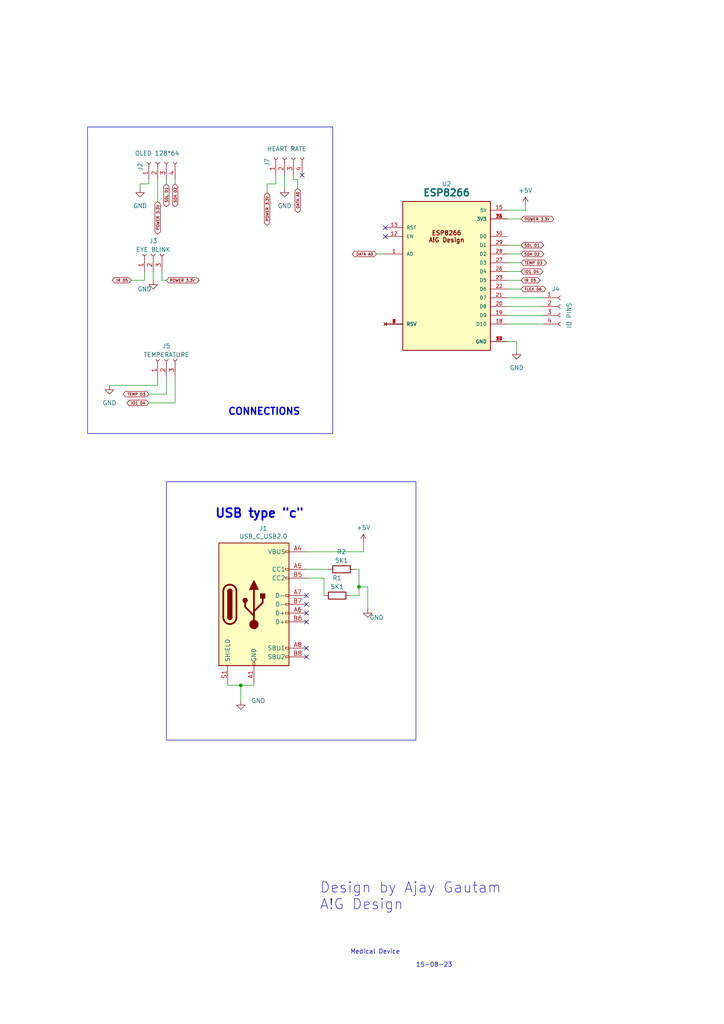
<source format=kicad_sch>
(kicad_sch (version 20230121) (generator eeschema)
  (paper "A4" portrait)
  (lib_symbols
    (symbol "Connector:Conn_01x03_Socket" (pin_names (offset 1.016) hide)
      (property "Reference" "J" (at 0 5.08 0))
      (property "Value" "Conn_01x03_Socket" (at 0 -5.08 0))
      (symbol "Conn_01x03_Socket_1_1"
        (arc (start 0 -2.032) (mid -0.5058 -2.54) (end 0 -3.048) (stroke (width 0.1524)))
        (polyline (pts (xy -1.27 -2.54) (xy -0.508 -2.54)) (stroke (width 0.1524)))
        (polyline (pts (xy -1.27 0) (xy -0.508 0)) (stroke (width 0.1524)))
        (polyline (pts (xy -1.27 2.54) (xy -0.508 2.54)) (stroke (width 0.1524)))
        (arc (start 0 0.508) (mid -0.5058 0) (end 0 -0.508) (stroke (width 0.1524)))
        (arc (start 0 3.048) (mid -0.5058 2.54) (end 0 2.032) (stroke (width 0.1524)))
        (pin passive line (at -5.08 2.54 0) (length 3.81) (name "Pin_1") (number "1"))
        (pin passive line (at -5.08 0 0) (length 3.81) (name "Pin_2") (number "2"))
        (pin passive line (at -5.08 -2.54 0) (length 3.81) (name "Pin_3") (number "3"))
      )
    )
    (symbol "Connector:Conn_01x04_Socket" (pin_names (offset 1.016) hide)
      (property "Reference" "J" (at 0 5.08 0))
      (property "Value" "Conn_01x04_Socket" (at 0 -7.62 0))
      (symbol "Conn_01x04_Socket_1_1"
        (arc (start 0 -4.572) (mid -0.5058 -5.08) (end 0 -5.588) (stroke (width 0.1524)))
        (arc (start 0 -2.032) (mid -0.5058 -2.54) (end 0 -3.048) (stroke (width 0.1524)))
        (polyline (pts (xy -1.27 -5.08) (xy -0.508 -5.08)) (stroke (width 0.1524)))
        (polyline (pts (xy -1.27 -2.54) (xy -0.508 -2.54)) (stroke (width 0.1524)))
        (polyline (pts (xy -1.27 0) (xy -0.508 0)) (stroke (width 0.1524)))
        (polyline (pts (xy -1.27 2.54) (xy -0.508 2.54)) (stroke (width 0.1524)))
        (arc (start 0 0.508) (mid -0.5058 0) (end 0 -0.508) (stroke (width 0.1524)))
        (arc (start 0 3.048) (mid -0.5058 2.54) (end 0 2.032) (stroke (width 0.1524)))
        (pin passive line (at -5.08 2.54 0) (length 3.81) (name "Pin_1") (number "1"))
        (pin passive line (at -5.08 0 0) (length 3.81) (name "Pin_2") (number "2"))
        (pin passive line (at -5.08 -2.54 0) (length 3.81) (name "Pin_3") (number "3"))
        (pin passive line (at -5.08 -5.08 0) (length 3.81) (name "Pin_4") (number "4"))
      )
    )
    (symbol "Connector:USB_C_Receptacle_USB2.0" (pin_names (offset 1.016))
      (property "Reference" "J" (at -10.16 19.05 0))
      (property "Value" "USB_C_Receptacle_USB2.0" (at 19.05 19.05 0))
      (symbol "USB_C_Receptacle_USB2.0_0_0"
        (rectangle (start -0.254 -17.78) (end 0.254 -16.764))
        (rectangle (start 10.16 -14.986) (end 9.144 -15.494))
        (rectangle (start 10.16 -12.446) (end 9.144 -12.954))
        (rectangle (start 10.16 -4.826) (end 9.144 -5.334))
        (rectangle (start 10.16 -2.286) (end 9.144 -2.794))
        (rectangle (start 10.16 0.254) (end 9.144 -0.254))
        (rectangle (start 10.16 2.794) (end 9.144 2.286))
        (rectangle (start 10.16 7.874) (end 9.144 7.366))
        (rectangle (start 10.16 10.414) (end 9.144 9.906))
        (rectangle (start 10.16 15.494) (end 9.144 14.986))
      )
      (symbol "USB_C_Receptacle_USB2.0_0_1"
        (rectangle (start -10.16 17.78) (end 10.16 -17.78) (stroke (width 0.254)) (fill (type background)))
        (arc (start -8.89 -3.81) (mid -6.985 -5.7067) (end -5.08 -3.81) (stroke (width 0.508)))
        (arc (start -7.62 -3.81) (mid -6.985 -4.4423) (end -6.35 -3.81) (stroke (width 0.254)))
        (arc (start -7.62 -3.81) (mid -6.985 -4.4423) (end -6.35 -3.81) (stroke (width 0.254)) (fill (type outline)))
        (rectangle (start -7.62 -3.81) (end -6.35 3.81) (stroke (width 0.254)) (fill (type outline)))
        (arc (start -6.35 3.81) (mid -6.985 4.4423) (end -7.62 3.81) (stroke (width 0.254)))
        (arc (start -6.35 3.81) (mid -6.985 4.4423) (end -7.62 3.81) (stroke (width 0.254)) (fill (type outline)))
        (arc (start -5.08 3.81) (mid -6.985 5.7067) (end -8.89 3.81) (stroke (width 0.508)))
        (circle (center -2.54 1.143) (radius 0.635) (stroke (width 0.254)) (fill (type outline)))
        (circle (center 0 -5.842) (radius 1.27) (fill (type outline)))
        (polyline (pts (xy -8.89 -3.81) (xy -8.89 3.81)) (stroke (width 0.508)))
        (polyline (pts (xy -5.08 3.81) (xy -5.08 -3.81)) (stroke (width 0.508)))
        (polyline (pts (xy 0 -5.842) (xy 0 4.318)) (stroke (width 0.508)))
        (polyline (pts (xy 0 -3.302) (xy -2.54 -0.762) (xy -2.54 0.508)) (stroke (width 0.508)))
        (polyline (pts (xy 0 -2.032) (xy 2.54 0.508) (xy 2.54 1.778)) (stroke (width 0.508)))
        (polyline (pts (xy -1.27 4.318) (xy 0 6.858) (xy 1.27 4.318) (xy -1.27 4.318)) (stroke (width 0.254)) (fill (type outline)))
        (rectangle (start 1.905 1.778) (end 3.175 3.048) (stroke (width 0.254)) (fill (type outline)))
      )
      (symbol "USB_C_Receptacle_USB2.0_1_1"
        (pin passive line (at 0 -22.86 90) (length 5.08) (name "GND") (number "A1"))
        (pin passive line (at 0 -22.86 90) (length 5.08) hide (name "GND") (number "A12"))
        (pin passive line (at 15.24 15.24 180) (length 5.08) (name "VBUS") (number "A4"))
        (pin bidirectional line (at 15.24 10.16 180) (length 5.08) (name "CC1") (number "A5"))
        (pin bidirectional line (at 15.24 -2.54 180) (length 5.08) (name "D+") (number "A6"))
        (pin bidirectional line (at 15.24 2.54 180) (length 5.08) (name "D-") (number "A7"))
        (pin bidirectional line (at 15.24 -12.7 180) (length 5.08) (name "SBU1") (number "A8"))
        (pin passive line (at 15.24 15.24 180) (length 5.08) hide (name "VBUS") (number "A9"))
        (pin passive line (at 0 -22.86 90) (length 5.08) hide (name "GND") (number "B1"))
        (pin passive line (at 0 -22.86 90) (length 5.08) hide (name "GND") (number "B12"))
        (pin passive line (at 15.24 15.24 180) (length 5.08) hide (name "VBUS") (number "B4"))
        (pin bidirectional line (at 15.24 7.62 180) (length 5.08) (name "CC2") (number "B5"))
        (pin bidirectional line (at 15.24 -5.08 180) (length 5.08) (name "D+") (number "B6"))
        (pin bidirectional line (at 15.24 0 180) (length 5.08) (name "D-") (number "B7"))
        (pin bidirectional line (at 15.24 -15.24 180) (length 5.08) (name "SBU2") (number "B8"))
        (pin passive line (at 15.24 15.24 180) (length 5.08) hide (name "VBUS") (number "B9"))
        (pin passive line (at -7.62 -22.86 90) (length 5.08) (name "SHIELD") (number "S1"))
      )
    )
    (symbol "Device:R" (pin_numbers hide) (pin_names (offset 0))
      (property "Reference" "R" (at 2.032 0 90))
      (property "Value" "R" (at 0 0 90))
      (symbol "R_0_1"
        (rectangle (start -1.016 -2.54) (end 1.016 2.54) (stroke (width 0.254)))
      )
      (symbol "R_1_1"
        (pin passive line (at 0 3.81 270) (length 1.27) (name "~") (number "1"))
        (pin passive line (at 0 -3.81 90) (length 1.27) (name "~") (number "2"))
      )
    )
    (symbol "VMA107:VMA107" (pin_names (offset 1.016))
      (property "Reference" "U" (at -12.7 22.86 0))
      (property "Value" "VMA107" (at -12.7 -25.4 0))
      (symbol "VMA107_0_0"
        (rectangle (start -12.7 -22.86) (end 12.7 20.32) (stroke (width 0.254)) (fill (type background)))
        (pin bidirectional line (at -17.78 5.08 0) (length 5.08) (name "A0") (number "1"))
        (pin power_in line (at 17.78 -20.32 180) (length 5.08) (name "GND") (number "10"))
        (pin power_in line (at 17.78 15.24 180) (length 5.08) (name "3V3") (number "11"))
        (pin input line (at -17.78 10.16 0) (length 5.08) (name "EN") (number "12"))
        (pin input line (at -17.78 12.7 0) (length 5.08) (name "RST") (number "13"))
        (pin power_in line (at 17.78 -20.32 180) (length 5.08) (name "GND") (number "14"))
        (pin power_in line (at 17.78 17.78 180) (length 5.08) (name "5V") (number "15"))
        (pin power_in line (at 17.78 15.24 180) (length 5.08) (name "3V3") (number "16"))
        (pin power_in line (at 17.78 -20.32 180) (length 5.08) (name "GND") (number "17"))
        (pin bidirectional line (at 17.78 -15.24 180) (length 5.08) (name "D10") (number "18"))
        (pin bidirectional line (at 17.78 -12.7 180) (length 5.08) (name "D9") (number "19"))
        (pin no_connect line (at -17.78 -15.24 0) (length 5.08) (name "RSV") (number "2"))
        (pin bidirectional line (at 17.78 -10.16 180) (length 5.08) (name "D8") (number "20"))
        (pin bidirectional line (at 17.78 -7.62 180) (length 5.08) (name "D7") (number "21"))
        (pin bidirectional line (at 17.78 -5.08 180) (length 5.08) (name "D6") (number "22"))
        (pin bidirectional line (at 17.78 -2.54 180) (length 5.08) (name "D5") (number "23"))
        (pin power_in line (at 17.78 -20.32 180) (length 5.08) (name "GND") (number "24"))
        (pin power_in line (at 17.78 15.24 180) (length 5.08) (name "3V3") (number "25"))
        (pin bidirectional line (at 17.78 0 180) (length 5.08) (name "D4") (number "26"))
        (pin bidirectional line (at 17.78 2.54 180) (length 5.08) (name "D3") (number "27"))
        (pin bidirectional line (at 17.78 5.08 180) (length 5.08) (name "D2") (number "28"))
        (pin bidirectional line (at 17.78 7.62 180) (length 5.08) (name "D1") (number "29"))
        (pin no_connect line (at -17.78 -15.24 0) (length 5.08) (name "RSV") (number "3"))
        (pin bidirectional line (at 17.78 10.16 180) (length 5.08) (name "D0") (number "30"))
        (pin no_connect line (at -17.78 -15.24 0) (length 5.08) (name "RSV") (number "4"))
        (pin no_connect line (at -17.78 -15.24 0) (length 5.08) (name "RSV") (number "5"))
        (pin no_connect line (at -17.78 -15.24 0) (length 5.08) (name "RSV") (number "6"))
        (pin no_connect line (at -17.78 -15.24 0) (length 5.08) (name "RSV") (number "7"))
        (pin power_in line (at 17.78 -20.32 180) (length 5.08) (name "GND") (number "8"))
        (pin power_in line (at 17.78 15.24 180) (length 5.08) (name "3V3") (number "9"))
      )
      (symbol "VMA107_1_1"
        (text "ESP8266\nA!G Design" (at 0 10.16 0) (effects (font (size 1.27 1.27) bold)))
      )
    )
    (symbol "power:+5V" (power) (pin_names (offset 0))
      (property "Value" "+5V" (at 0 3.556 0))
      (symbol "+5V_0_1"
        (polyline (pts (xy -0.762 1.27) (xy 0 2.54)))
        (polyline (pts (xy 0 0) (xy 0 2.54)))
        (polyline (pts (xy 0 2.54) (xy 0.762 1.27)))
      )
      (symbol "+5V_1_1"
        (pin power_in line (at 0 0 90) (length 0) hide (name "+5V") (number "1"))
      )
    )
    (symbol "power:GND" (power) (pin_names (offset 0))
      (property "Value" "GND" (at 0 -3.81 0))
      (symbol "GND_0_1"
        (polyline (pts (xy 0 0) (xy 0 -1.27) (xy 1.27 -1.27) (xy 0 -2.54) (xy -1.27 -1.27) (xy 0 -1.27)))
      )
      (symbol "GND_1_1"
        (pin power_in line (at 0 0 270) (length 0) hide (name "GND") (number "1"))
      )
    )
  )
  (junction (at 69.85 198.755))
  (junction (at 104.14 170.18))
  (no_connect (at 88.9 177.8))
  (no_connect (at 88.9 172.72))
  (no_connect (at 88.9 190.5))
  (no_connect (at 88.9 187.96))
  (no_connect (at 87.63 50.8))
  (no_connect (at 88.9 175.26))
  (no_connect (at 111.76 68.58))
  (no_connect (at 111.76 66.04))
  (no_connect (at 88.9 180.34))
  (wire (pts (xy 147.32 81.28) (xy 151.13 81.28)))
  (wire (pts (xy 66.04 198.755) (xy 69.85 198.755)))
  (wire (pts (xy 88.9 165.1) (xy 95.25 165.1)))
  (wire (pts (xy 48.26 109.22) (xy 48.26 114.3)))
  (wire (pts (xy 152.4 60.96) (xy 152.4 59.69)))
  (wire (pts (xy 50.8 52.07) (xy 50.8 53.34)))
  (wire (pts (xy 88.9 160.02) (xy 105.41 160.02)))
  (wire (pts (xy 31.75 111.76) (xy 45.72 111.76)))
  (wire (pts (xy 147.32 60.96) (xy 152.4 60.96)))
  (wire (pts (xy 86.36 52.07) (xy 86.36 54.61)))
  (wire (pts (xy 73.66 198.755) (xy 73.66 198.12)))
  (wire (pts (xy 147.32 73.66) (xy 151.13 73.66)))
  (wire (pts (xy 38.1 81.28) (xy 41.91 81.28)))
  (wire (pts (xy 147.32 91.44) (xy 157.48 91.44)))
  (wire (pts (xy 45.72 52.07) (xy 45.72 58.42)))
  (wire (pts (xy 88.9 167.64) (xy 93.98 167.64)))
  (wire (pts (xy 147.32 83.82) (xy 151.13 83.82)))
  (wire (pts (xy 102.87 165.1) (xy 104.14 165.1)))
  (wire (pts (xy 147.32 71.12) (xy 151.13 71.12)))
  (wire (pts (xy 43.18 114.3) (xy 48.26 114.3)))
  (wire (pts (xy 43.18 116.84) (xy 50.8 116.84)))
  (wire (pts (xy 66.04 198.12) (xy 66.04 198.755)))
  (wire (pts (xy 45.72 111.76) (xy 45.72 109.22)))
  (wire (pts (xy 147.32 63.5) (xy 151.13 63.5)))
  (wire (pts (xy 46.99 81.28) (xy 48.26 81.28)))
  (wire (pts (xy 104.14 165.1) (xy 104.14 170.18)))
  (wire (pts (xy 109.22 73.66) (xy 111.76 73.66)))
  (wire (pts (xy 149.86 101.6) (xy 149.86 99.06)))
  (wire (pts (xy 147.32 88.9) (xy 157.48 88.9)))
  (wire (pts (xy 46.99 78.74) (xy 46.99 81.28)))
  (wire (pts (xy 106.68 176.53) (xy 106.68 170.18)))
  (wire (pts (xy 69.85 203.2) (xy 69.85 198.755)))
  (wire (pts (xy 85.09 50.8) (xy 85.09 52.07)))
  (wire (pts (xy 147.32 78.74) (xy 151.13 78.74)))
  (wire (pts (xy 147.32 86.36) (xy 157.48 86.36)))
  (wire (pts (xy 50.8 116.84) (xy 50.8 109.22)))
  (wire (pts (xy 40.64 53.34) (xy 40.64 54.61)))
  (wire (pts (xy 48.26 52.07) (xy 48.26 53.34)))
  (wire (pts (xy 41.91 78.74) (xy 41.91 81.28)))
  (wire (pts (xy 43.18 52.07) (xy 43.18 53.34)))
  (wire (pts (xy 44.45 78.74) (xy 44.45 81.28)))
  (wire (pts (xy 82.55 50.8) (xy 82.55 54.61)))
  (wire (pts (xy 101.6 172.72) (xy 104.14 172.72)))
  (wire (pts (xy 69.85 198.755) (xy 73.66 198.755)))
  (wire (pts (xy 77.47 53.34) (xy 80.01 53.34)))
  (wire (pts (xy 77.47 53.34) (xy 77.47 55.88)))
  (wire (pts (xy 80.01 53.34) (xy 80.01 50.8)))
  (wire (pts (xy 43.18 53.34) (xy 40.64 53.34)))
  (wire (pts (xy 106.68 170.18) (xy 104.14 170.18)))
  (wire (pts (xy 104.14 170.18) (xy 104.14 172.72)))
  (wire (pts (xy 147.32 76.2) (xy 151.13 76.2)))
  (wire (pts (xy 147.32 93.98) (xy 157.48 93.98)))
  (wire (pts (xy 93.98 172.72) (xy 93.98 167.64)))
  (wire (pts (xy 105.41 157.48) (xy 105.41 160.02)))
  (wire (pts (xy 149.86 99.06) (xy 147.32 99.06)))
  (wire (pts (xy 85.09 52.07) (xy 86.36 52.07)))
  (rectangle (start 48.26 139.7) (end 120.65 214.63))
  (rectangle (start 25.4 36.83) (end 96.52 125.73))
  (text "CONNECTIONS" (at 66.04 120.65 0) (effects (font (size 2 2) (thickness 0.4) bold) (justify left bottom)))
  (text "15-08-23" (at 120.65 280.67 0) (effects (font (size 1.27 1.27)) (justify left bottom)))
  (text "USB type \"c\"" (at 62.23 150.495 0) (effects (font (size 2.54 2.54) (thickness 0.508) bold) (justify left bottom)))
  (text "Medical Device" (at 101.6 276.86 0) (effects (font (size 1.27 1.27)) (justify left bottom)))
  (text "Design by Ajay Gautam\nA!G Design" (at 92.71 264.16 0) (effects (font (size 3 3)) (justify left bottom)))
  (global_label "POWER 3.3V" (shape bidirectional) (at 48.26 81.28 0) (effects (font (size 0.8 0.8))) (property "Intersheetrefs" "${INTERSHEET_REFS}" (effects hide)))
  (global_label "POWER 3.3V" (shape bidirectional) (at 45.72 58.42 270) (effects (font (size 0.8 0.8))) (property "Intersheetrefs" "${INTERSHEET_REFS}" (effects hide)))
  (global_label "FLEX D6" (shape bidirectional) (at 151.13 83.82 0) (effects (font (size 0.8 0.8))) (property "Intersheetrefs" "${INTERSHEET_REFS}" (effects hide)))
  (global_label "TEMP D3" (shape bidirectional) (at 43.18 114.3 180) (effects (font (size 0.8 0.8))) (property "Intersheetrefs" "${INTERSHEET_REFS}" (effects hide)))
  (global_label "TEMP D3" (shape bidirectional) (at 151.13 76.2 0) (effects (font (size 0.8 0.8))) (property "Intersheetrefs" "${INTERSHEET_REFS}" (effects hide)))
  (global_label "DATA A0" (shape bidirectional) (at 86.36 54.61 270) (effects (font (size 0.8 0.8))) (property "Intersheetrefs" "${INTERSHEET_REFS}" (effects hide)))
  (global_label "IO1 D4" (shape bidirectional) (at 151.13 78.74 0) (effects (font (size 0.8 0.8))) (property "Intersheetrefs" "${INTERSHEET_REFS}" (effects hide)))
  (global_label "DATA A0" (shape bidirectional) (at 109.22 73.66 180) (effects (font (size 0.8 0.8))) (property "Intersheetrefs" "${INTERSHEET_REFS}" (effects hide)))
  (global_label "SDA D2" (shape bidirectional) (at 50.8 53.34 270) (effects (font (size 0.8 0.8))) (property "Intersheetrefs" "${INTERSHEET_REFS}" (effects hide)))
  (global_label "POWER 3.3V" (shape bidirectional) (at 77.47 55.88 270) (effects (font (size 0.8 0.8))) (property "Intersheetrefs" "${INTERSHEET_REFS}" (effects hide)))
  (global_label "IR D5" (shape bidirectional) (at 38.1 81.28 180) (effects (font (size 0.8 0.8))) (property "Intersheetrefs" "${INTERSHEET_REFS}" (effects hide)))
  (global_label "IO1 D4" (shape bidirectional) (at 43.18 116.84 180) (effects (font (size 0.8 0.8))) (property "Intersheetrefs" "${INTERSHEET_REFS}" (effects hide)))
  (global_label "SDA D2" (shape bidirectional) (at 151.13 73.66 0) (effects (font (size 0.8 0.8))) (property "Intersheetrefs" "${INTERSHEET_REFS}" (effects hide)))
  (global_label "POWER 3.3V" (shape bidirectional) (at 151.13 63.5 0) (effects (font (size 0.8 0.8))) (property "Intersheetrefs" "${INTERSHEET_REFS}" (effects hide)))
  (global_label "SDL D1" (shape bidirectional) (at 48.26 53.34 270) (effects (font (size 0.8 0.8))) (property "Intersheetrefs" "${INTERSHEET_REFS}" (effects hide)))
  (global_label "SDL D1" (shape bidirectional) (at 151.13 71.12 0) (effects (font (size 0.8 0.8))) (property "Intersheetrefs" "${INTERSHEET_REFS}" (effects hide)))
  (global_label "IR D5" (shape bidirectional) (at 151.13 81.28 0) (effects (font (size 0.8 0.8))) (property "Intersheetrefs" "${INTERSHEET_REFS}" (effects hide)))
  (symbol (lib_id "VMA107:VMA107") (at 129.54 78.74 0) (unit 1)
    (property "Reference" "U2" (at 129.54 53.34 0))
    (property "Value" "ESP8266" (at 129.54 55.88 0) (effects (font (size 2 2) bold)))
    (property "Footprint" "Esp8266-VMA107:MODULE_VMA107" (effects hide))
    (property "MF" "Velleman" (effects hide))
    (property "Package" "None" (effects hide))
    (property "Price" "None" (effects hide))
    (property "Check_prices" "https://www.snapeda.com/parts/VMA107/Velleman/view-part/?ref=eda" (effects hide))
    (property "STANDARD" "Manufacturer Recommendations" (effects hide))
    (property "PARTREV" "V. 02 - 08/05/2019" (effects hide))
    (property "SnapEDA_Link" "https://www.snapeda.com/parts/VMA107/Velleman/view-part/?ref=snap" (effects hide))
    (property "MP" "VMA107" (effects hide))
    (property "Description" "\nNodeMCU V2 Lua Based ESP8266 Development Board\n" (effects hide))
    (property "Availability" "Not in stock" (effects hide))
    (property "MANUFACTURER" "Velleman" (effects hide))
  )
  (symbol (lib_id "power:GND") (at 149.86 101.6 0) (unit 1)
    (property "Reference" "#PWR010" (effects hide))
    (property "Value" "GND" (at 149.86 106.68 0))
  )
  (symbol (lib_id "Device:R") (at 97.79 172.72 270) (unit 1)
    (property "Reference" "R1" (at 97.79 167.64 90))
    (property "Value" "5K1" (at 97.79 170.18 90))
    (property "Footprint" "Resistor_THT:R_Axial_DIN0309_L9.0mm_D3.2mm_P5.08mm_Vertical" (effects hide))
  )
  (symbol (lib_id "power:GND") (at 44.45 81.28 0) (unit 1)
    (property "Reference" "#PWR05" (effects hide))
    (property "Value" "GND" (at 41.91 83.82 0))
  )
  (symbol (lib_id "Connector:Conn_01x03_Socket") (at 44.45 73.66 90) (unit 1)
    (property "Reference" "J3" (at 44.45 69.85 90))
    (property "Value" "EYE BLINK" (at 44.45 72.39 90))
    (property "Footprint" "Connector_PinSocket_2.54mm:PinSocket_1x03_P2.54mm_Vertical" (effects hide))
  )
  (symbol (lib_id "power:+5V") (at 152.4 59.69 0) (unit 1)
    (property "Reference" "#PWR09" (effects hide))
    (property "Value" "+5V" (at 152.4 55.245 0))
  )
  (symbol (lib_id "power:GND") (at 69.85 203.2 0) (unit 1)
    (property "Reference" "#PWR01" (effects hide))
    (property "Value" "GND" (at 74.93 203.2 0))
  )
  (symbol (lib_id "power:GND") (at 106.68 176.53 0) (unit 1)
    (property "Reference" "#PWR03" (effects hide))
    (property "Value" "GND" (at 109.22 179.07 0))
  )
  (symbol (lib_id "Connector:Conn_01x04_Socket") (at 162.56 88.9 0) (unit 1)
    (property "Reference" "J4" (at 160.02 83.82 0) (effects (justify left)))
    (property "Value" "IO PINS" (at 165.1 95.25 90) (effects (justify left)))
    (property "Footprint" "Connector_PinSocket_2.54mm:PinSocket_1x04_P2.54mm_Vertical" (effects hide))
  )
  (symbol (lib_id "Connector:Conn_01x04_Socket") (at 45.72 46.99 90) (unit 1)
    (property "Reference" "J2" (at 40.64 49.53 0) (effects (justify left)))
    (property "Value" "OLED 128*64" (at 52.07 44.45 90) (effects (justify left)))
    (property "Footprint" "Connector_PinSocket_2.54mm:PinSocket_1x04_P2.54mm_Vertical" (effects hide))
  )
  (symbol (lib_id "Connector:USB_C_Receptacle_USB2.0") (at 73.66 175.26 0) (unit 1)
    (property "Reference" "J1" (at 76.3778 153.2382 0))
    (property "Value" "USB_C_USB2.0" (at 76.3778 155.5496 0))
    (property "Footprint" "Connector_USB:USB_C_Receptacle_G-Switch_GT-USB-7010ASV" (effects hide))
    (property "Datasheet" "https://www.usb.org/sites/default/files/documents/usb_type-c.zip" (effects hide))
    (property "LCSC" "C319148" (effects hide))
    (property "MPN" "U262-161N-4BVC11" (effects hide))
    (property "Notes" "Cannot source from DigiKey\r" (effects hide))
    (property "Substitue Allowed?" "Y" (effects hide))
    (property "Manufacturer" "XKB Enterprise\r" (effects hide))
  )
  (symbol (lib_id "power:+5V") (at 105.41 157.48 0) (unit 1)
    (property "Reference" "#PWR02" (effects hide))
    (property "Value" "+5V" (at 105.41 153.035 0))
  )
  (symbol (lib_id "power:GND") (at 40.64 54.61 0) (unit 1)
    (property "Reference" "#PWR011" (effects hide))
    (property "Value" "GND" (at 40.64 59.69 0))
  )
  (symbol (lib_id "Connector:Conn_01x04_Socket") (at 82.55 45.72 90) (unit 1)
    (property "Reference" "J7" (at 77.47 48.26 0) (effects (justify left)))
    (property "Value" "HEART RATE" (at 88.9 43.18 90) (effects (justify left)))
    (property "Footprint" "Connector_PinSocket_2.54mm:PinSocket_1x04_P2.54mm_Vertical" (effects hide))
  )
  (symbol (lib_id "power:GND") (at 82.55 54.61 0) (unit 1)
    (property "Reference" "#PWR06" (effects hide))
    (property "Value" "GND" (at 82.55 59.69 0))
  )
  (symbol (lib_id "power:GND") (at 31.75 111.76 0) (unit 1)
    (property "Reference" "#PWR04" (effects hide))
    (property "Value" "GND" (at 31.75 116.84 0))
  )
  (symbol (lib_id "Device:R") (at 99.06 165.1 270) (unit 1)
    (property "Reference" "R2" (at 99.06 160.02 90))
    (property "Value" "5K1" (at 99.06 162.56 90))
    (property "Footprint" "Resistor_THT:R_Axial_DIN0309_L9.0mm_D3.2mm_P5.08mm_Vertical" (effects hide))
  )
  (symbol (lib_id "Connector:Conn_01x03_Socket") (at 48.26 104.14 90) (unit 1)
    (property "Reference" "J5" (at 48.26 100.33 90))
    (property "Value" "TEMPERATURE" (at 48.26 102.87 90))
    (property "Footprint" "Connector_PinSocket_2.54mm:PinSocket_1x03_P2.54mm_Vertical" (effects hide))
  )
)
</source>
